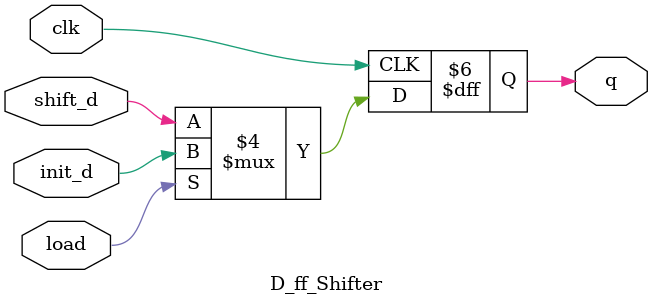
<source format=v>
module D_ff_Shifter(input clk, input load, input init_d , input shift_d, output reg q);
	always @ (negedge clk)
	begin
	if(load==1)
		q=init_d;
	else
		q=shift_d;
	end
endmodule
</source>
